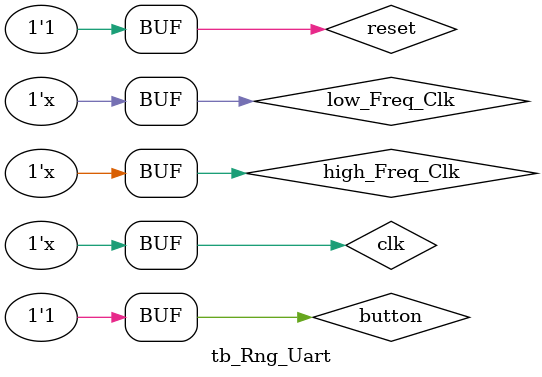
<source format=v>
`include "./uart_Define.v"
	module tb_Rng_Uart();
		
		
	reg		clk;
	reg		reset;
	
	reg		high_Freq_Clk;
	reg		low_Freq_Clk;
	
	reg		button;
	
	wire	tx;
		
		
	initial
		begin
			clk = 1'b0;
			reset = 1'b1;
			high_Freq_Clk = 1'b0;
			low_Freq_Clk = 1'b0;
			button = 1'b0;
		end
		
	initial
		begin
			#200 reset = 1'b0;
			#20 reset = 1'b1;
		end
	
	initial
		begin
			#1000 button = 1'b1;
		end
		
		
	always #5 clk = ~clk;
	always #26042.5 low_Freq_Clk = ~low_Freq_Clk;
	always #4340.25 high_Freq_Clk = ~high_Freq_Clk;
	
	
	rng_Uart_Top top(
		.sys_Clk(clk),
		.high_Freq_Clk(high_Freq_Clk),
		.low_Freq_Clk(low_Freq_Clk),
		.reset(reset),
		
		.button(button),
		
		.tx(tx));
		
	endmodule
</source>
